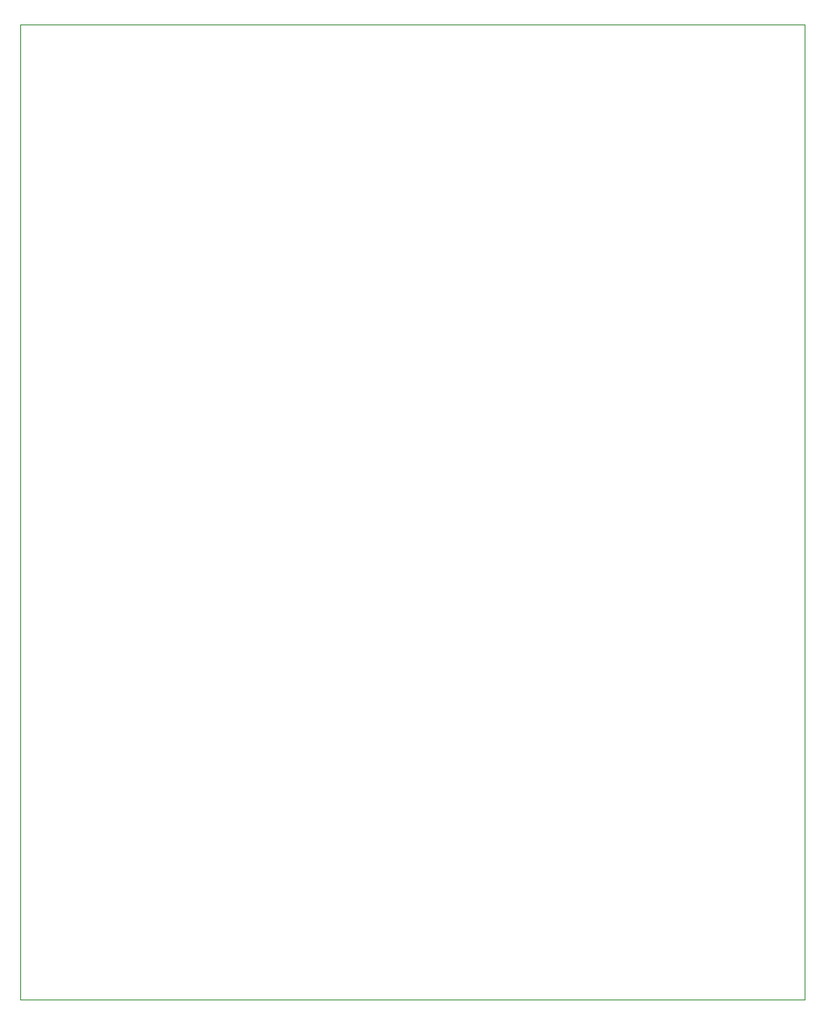
<source format=gbr>
G04 #@! TF.GenerationSoftware,KiCad,Pcbnew,(5.1.2)-2*
G04 #@! TF.CreationDate,2019-07-21T19:43:21-07:00*
G04 #@! TF.ProjectId,300-1004,3330302d-3130-4303-942e-6b696361645f,rev?*
G04 #@! TF.SameCoordinates,Original*
G04 #@! TF.FileFunction,Profile,NP*
%FSLAX46Y46*%
G04 Gerber Fmt 4.6, Leading zero omitted, Abs format (unit mm)*
G04 Created by KiCad (PCBNEW (5.1.2)-2) date 2019-07-21 19:43:21*
%MOMM*%
%LPD*%
G04 APERTURE LIST*
%ADD10C,0.050000*%
G04 APERTURE END LIST*
D10*
X111760000Y-45720000D02*
X110490000Y-45720000D01*
X110490000Y-143510000D02*
X110490000Y-45720000D01*
X111760000Y-143510000D02*
X110490000Y-143510000D01*
X189230000Y-45720000D02*
X187960000Y-45720000D01*
X189230000Y-143510000D02*
X189230000Y-45720000D01*
X187960000Y-143510000D02*
X189230000Y-143510000D01*
X114300000Y-45720000D02*
X111760000Y-45720000D01*
X116840000Y-45720000D02*
X114300000Y-45720000D01*
X187960000Y-45720000D02*
X116840000Y-45720000D01*
X111760000Y-143510000D02*
X187960000Y-143510000D01*
M02*

</source>
